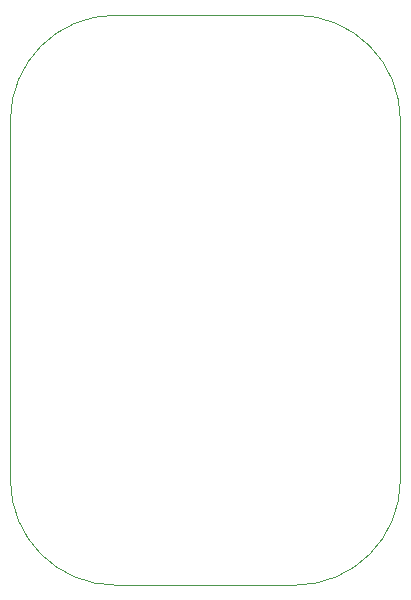
<source format=gbr>
G04 #@! TF.FileFunction,Profile,NP*
%FSLAX46Y46*%
G04 Gerber Fmt 4.6, Leading zero omitted, Abs format (unit mm)*
G04 Created by KiCad (PCBNEW (2015-02-23 BZR 5449)-product) date Venerdì 13 Marzo 2015 10:16:28*
%MOMM*%
G01*
G04 APERTURE LIST*
%ADD10C,0.020000*%
%ADD11C,0.100000*%
G04 APERTURE END LIST*
D10*
D11*
X186690000Y-38100000D02*
X201930000Y-38100000D01*
X210820000Y-77470000D02*
X210820000Y-46990000D01*
X186690000Y-86360000D02*
X201930000Y-86360000D01*
X177800000Y-46990000D02*
X177800000Y-77470000D01*
X177800000Y-77470000D02*
G75*
G03X186690000Y-86360000I8890000J0D01*
G01*
X186690000Y-38100000D02*
G75*
G03X177800000Y-46990000I0J-8890000D01*
G01*
X201930000Y-86360000D02*
G75*
G03X210820000Y-77470000I0J8890000D01*
G01*
X210820000Y-46990000D02*
G75*
G03X201930000Y-38100000I-8890000J0D01*
G01*
M02*

</source>
